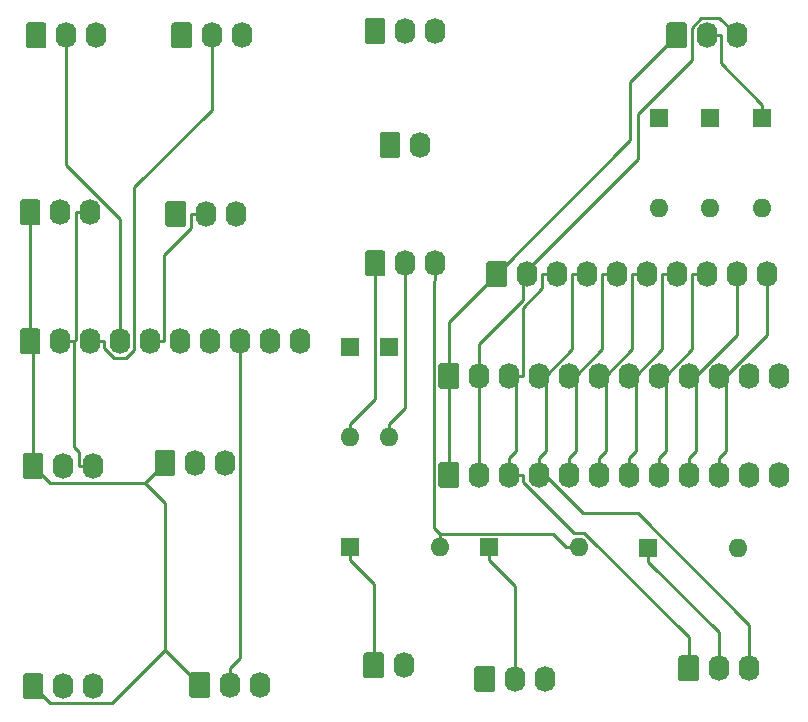
<source format=gbr>
G04 #@! TF.GenerationSoftware,KiCad,Pcbnew,(5.1.5-0-10_14)*
G04 #@! TF.CreationDate,2021-04-18T15:17:00+10:00*
G04 #@! TF.ProjectId,OH - Left Console - 7 - Communication Panel,4f48202d-204c-4656-9674-20436f6e736f,rev?*
G04 #@! TF.SameCoordinates,Original*
G04 #@! TF.FileFunction,Copper,L2,Bot*
G04 #@! TF.FilePolarity,Positive*
%FSLAX46Y46*%
G04 Gerber Fmt 4.6, Leading zero omitted, Abs format (unit mm)*
G04 Created by KiCad (PCBNEW (5.1.5-0-10_14)) date 2021-04-18 15:17:00*
%MOMM*%
%LPD*%
G04 APERTURE LIST*
%ADD10O,1.740000X2.200000*%
%ADD11C,0.100000*%
%ADD12O,1.600000X1.600000*%
%ADD13R,1.600000X1.600000*%
%ADD14C,0.250000*%
G04 APERTURE END LIST*
D10*
X96774000Y-139192000D03*
X94234000Y-139192000D03*
G04 #@! TA.AperFunction,ComponentPad*
D11*
G36*
X92338505Y-138093204D02*
G01*
X92362773Y-138096804D01*
X92386572Y-138102765D01*
X92409671Y-138111030D01*
X92431850Y-138121520D01*
X92452893Y-138134132D01*
X92472599Y-138148747D01*
X92490777Y-138165223D01*
X92507253Y-138183401D01*
X92521868Y-138203107D01*
X92534480Y-138224150D01*
X92544970Y-138246329D01*
X92553235Y-138269428D01*
X92559196Y-138293227D01*
X92562796Y-138317495D01*
X92564000Y-138341999D01*
X92564000Y-140042001D01*
X92562796Y-140066505D01*
X92559196Y-140090773D01*
X92553235Y-140114572D01*
X92544970Y-140137671D01*
X92534480Y-140159850D01*
X92521868Y-140180893D01*
X92507253Y-140200599D01*
X92490777Y-140218777D01*
X92472599Y-140235253D01*
X92452893Y-140249868D01*
X92431850Y-140262480D01*
X92409671Y-140272970D01*
X92386572Y-140281235D01*
X92362773Y-140287196D01*
X92338505Y-140290796D01*
X92314001Y-140292000D01*
X91073999Y-140292000D01*
X91049495Y-140290796D01*
X91025227Y-140287196D01*
X91001428Y-140281235D01*
X90978329Y-140272970D01*
X90956150Y-140262480D01*
X90935107Y-140249868D01*
X90915401Y-140235253D01*
X90897223Y-140218777D01*
X90880747Y-140200599D01*
X90866132Y-140180893D01*
X90853520Y-140159850D01*
X90843030Y-140137671D01*
X90834765Y-140114572D01*
X90828804Y-140090773D01*
X90825204Y-140066505D01*
X90824000Y-140042001D01*
X90824000Y-138341999D01*
X90825204Y-138317495D01*
X90828804Y-138293227D01*
X90834765Y-138269428D01*
X90843030Y-138246329D01*
X90853520Y-138224150D01*
X90866132Y-138203107D01*
X90880747Y-138183401D01*
X90897223Y-138165223D01*
X90915401Y-138148747D01*
X90935107Y-138134132D01*
X90956150Y-138121520D01*
X90978329Y-138111030D01*
X91001428Y-138102765D01*
X91025227Y-138096804D01*
X91049495Y-138093204D01*
X91073999Y-138092000D01*
X92314001Y-138092000D01*
X92338505Y-138093204D01*
G37*
G04 #@! TD.AperFunction*
D10*
X116586000Y-121920000D03*
X114046000Y-121920000D03*
X111506000Y-121920000D03*
X108966000Y-121920000D03*
X106426000Y-121920000D03*
X103886000Y-121920000D03*
X101346000Y-121920000D03*
X98806000Y-121920000D03*
X96266000Y-121920000D03*
X93726000Y-121920000D03*
X91186000Y-121920000D03*
G04 #@! TA.AperFunction,ComponentPad*
D11*
G36*
X89290505Y-120821204D02*
G01*
X89314773Y-120824804D01*
X89338572Y-120830765D01*
X89361671Y-120839030D01*
X89383850Y-120849520D01*
X89404893Y-120862132D01*
X89424599Y-120876747D01*
X89442777Y-120893223D01*
X89459253Y-120911401D01*
X89473868Y-120931107D01*
X89486480Y-120952150D01*
X89496970Y-120974329D01*
X89505235Y-120997428D01*
X89511196Y-121021227D01*
X89514796Y-121045495D01*
X89516000Y-121069999D01*
X89516000Y-122770001D01*
X89514796Y-122794505D01*
X89511196Y-122818773D01*
X89505235Y-122842572D01*
X89496970Y-122865671D01*
X89486480Y-122887850D01*
X89473868Y-122908893D01*
X89459253Y-122928599D01*
X89442777Y-122946777D01*
X89424599Y-122963253D01*
X89404893Y-122977868D01*
X89383850Y-122990480D01*
X89361671Y-123000970D01*
X89338572Y-123009235D01*
X89314773Y-123015196D01*
X89290505Y-123018796D01*
X89266001Y-123020000D01*
X88025999Y-123020000D01*
X88001495Y-123018796D01*
X87977227Y-123015196D01*
X87953428Y-123009235D01*
X87930329Y-123000970D01*
X87908150Y-122990480D01*
X87887107Y-122977868D01*
X87867401Y-122963253D01*
X87849223Y-122946777D01*
X87832747Y-122928599D01*
X87818132Y-122908893D01*
X87805520Y-122887850D01*
X87795030Y-122865671D01*
X87786765Y-122842572D01*
X87780804Y-122818773D01*
X87777204Y-122794505D01*
X87776000Y-122770001D01*
X87776000Y-121069999D01*
X87777204Y-121045495D01*
X87780804Y-121021227D01*
X87786765Y-120997428D01*
X87795030Y-120974329D01*
X87805520Y-120952150D01*
X87818132Y-120931107D01*
X87832747Y-120911401D01*
X87849223Y-120893223D01*
X87867401Y-120876747D01*
X87887107Y-120862132D01*
X87908150Y-120849520D01*
X87930329Y-120839030D01*
X87953428Y-120830765D01*
X87977227Y-120824804D01*
X88001495Y-120821204D01*
X88025999Y-120820000D01*
X89266001Y-120820000D01*
X89290505Y-120821204D01*
G37*
G04 #@! TD.AperFunction*
D10*
X116586000Y-113538000D03*
X114046000Y-113538000D03*
X111506000Y-113538000D03*
X108966000Y-113538000D03*
X106426000Y-113538000D03*
X103886000Y-113538000D03*
X101346000Y-113538000D03*
X98806000Y-113538000D03*
X96266000Y-113538000D03*
X93726000Y-113538000D03*
X91186000Y-113538000D03*
G04 #@! TA.AperFunction,ComponentPad*
D11*
G36*
X89290505Y-112439204D02*
G01*
X89314773Y-112442804D01*
X89338572Y-112448765D01*
X89361671Y-112457030D01*
X89383850Y-112467520D01*
X89404893Y-112480132D01*
X89424599Y-112494747D01*
X89442777Y-112511223D01*
X89459253Y-112529401D01*
X89473868Y-112549107D01*
X89486480Y-112570150D01*
X89496970Y-112592329D01*
X89505235Y-112615428D01*
X89511196Y-112639227D01*
X89514796Y-112663495D01*
X89516000Y-112687999D01*
X89516000Y-114388001D01*
X89514796Y-114412505D01*
X89511196Y-114436773D01*
X89505235Y-114460572D01*
X89496970Y-114483671D01*
X89486480Y-114505850D01*
X89473868Y-114526893D01*
X89459253Y-114546599D01*
X89442777Y-114564777D01*
X89424599Y-114581253D01*
X89404893Y-114595868D01*
X89383850Y-114608480D01*
X89361671Y-114618970D01*
X89338572Y-114627235D01*
X89314773Y-114633196D01*
X89290505Y-114636796D01*
X89266001Y-114638000D01*
X88025999Y-114638000D01*
X88001495Y-114636796D01*
X87977227Y-114633196D01*
X87953428Y-114627235D01*
X87930329Y-114618970D01*
X87908150Y-114608480D01*
X87887107Y-114595868D01*
X87867401Y-114581253D01*
X87849223Y-114564777D01*
X87832747Y-114546599D01*
X87818132Y-114526893D01*
X87805520Y-114505850D01*
X87795030Y-114483671D01*
X87786765Y-114460572D01*
X87780804Y-114436773D01*
X87777204Y-114412505D01*
X87776000Y-114388001D01*
X87776000Y-112687999D01*
X87777204Y-112663495D01*
X87780804Y-112639227D01*
X87786765Y-112615428D01*
X87795030Y-112592329D01*
X87805520Y-112570150D01*
X87818132Y-112549107D01*
X87832747Y-112529401D01*
X87849223Y-112511223D01*
X87867401Y-112494747D01*
X87887107Y-112480132D01*
X87908150Y-112467520D01*
X87930329Y-112457030D01*
X87953428Y-112448765D01*
X87977227Y-112442804D01*
X88001495Y-112439204D01*
X88025999Y-112438000D01*
X89266001Y-112438000D01*
X89290505Y-112439204D01*
G37*
G04 #@! TD.AperFunction*
D10*
X76073000Y-110617000D03*
X73533000Y-110617000D03*
X70993000Y-110617000D03*
X68453000Y-110617000D03*
X65913000Y-110617000D03*
X63373000Y-110617000D03*
X60833000Y-110617000D03*
X58293000Y-110617000D03*
X55753000Y-110617000D03*
G04 #@! TA.AperFunction,ComponentPad*
D11*
G36*
X53857505Y-109518204D02*
G01*
X53881773Y-109521804D01*
X53905572Y-109527765D01*
X53928671Y-109536030D01*
X53950850Y-109546520D01*
X53971893Y-109559132D01*
X53991599Y-109573747D01*
X54009777Y-109590223D01*
X54026253Y-109608401D01*
X54040868Y-109628107D01*
X54053480Y-109649150D01*
X54063970Y-109671329D01*
X54072235Y-109694428D01*
X54078196Y-109718227D01*
X54081796Y-109742495D01*
X54083000Y-109766999D01*
X54083000Y-111467001D01*
X54081796Y-111491505D01*
X54078196Y-111515773D01*
X54072235Y-111539572D01*
X54063970Y-111562671D01*
X54053480Y-111584850D01*
X54040868Y-111605893D01*
X54026253Y-111625599D01*
X54009777Y-111643777D01*
X53991599Y-111660253D01*
X53971893Y-111674868D01*
X53950850Y-111687480D01*
X53928671Y-111697970D01*
X53905572Y-111706235D01*
X53881773Y-111712196D01*
X53857505Y-111715796D01*
X53833001Y-111717000D01*
X52592999Y-111717000D01*
X52568495Y-111715796D01*
X52544227Y-111712196D01*
X52520428Y-111706235D01*
X52497329Y-111697970D01*
X52475150Y-111687480D01*
X52454107Y-111674868D01*
X52434401Y-111660253D01*
X52416223Y-111643777D01*
X52399747Y-111625599D01*
X52385132Y-111605893D01*
X52372520Y-111584850D01*
X52362030Y-111562671D01*
X52353765Y-111539572D01*
X52347804Y-111515773D01*
X52344204Y-111491505D01*
X52343000Y-111467001D01*
X52343000Y-109766999D01*
X52344204Y-109742495D01*
X52347804Y-109718227D01*
X52353765Y-109694428D01*
X52362030Y-109671329D01*
X52372520Y-109649150D01*
X52385132Y-109628107D01*
X52399747Y-109608401D01*
X52416223Y-109590223D01*
X52434401Y-109573747D01*
X52454107Y-109559132D01*
X52475150Y-109546520D01*
X52497329Y-109536030D01*
X52520428Y-109527765D01*
X52544227Y-109521804D01*
X52568495Y-109518204D01*
X52592999Y-109517000D01*
X53833001Y-109517000D01*
X53857505Y-109518204D01*
G37*
G04 #@! TD.AperFunction*
D10*
X86233000Y-93980000D03*
G04 #@! TA.AperFunction,ComponentPad*
D11*
G36*
X84337505Y-92881204D02*
G01*
X84361773Y-92884804D01*
X84385572Y-92890765D01*
X84408671Y-92899030D01*
X84430850Y-92909520D01*
X84451893Y-92922132D01*
X84471599Y-92936747D01*
X84489777Y-92953223D01*
X84506253Y-92971401D01*
X84520868Y-92991107D01*
X84533480Y-93012150D01*
X84543970Y-93034329D01*
X84552235Y-93057428D01*
X84558196Y-93081227D01*
X84561796Y-93105495D01*
X84563000Y-93129999D01*
X84563000Y-94830001D01*
X84561796Y-94854505D01*
X84558196Y-94878773D01*
X84552235Y-94902572D01*
X84543970Y-94925671D01*
X84533480Y-94947850D01*
X84520868Y-94968893D01*
X84506253Y-94988599D01*
X84489777Y-95006777D01*
X84471599Y-95023253D01*
X84451893Y-95037868D01*
X84430850Y-95050480D01*
X84408671Y-95060970D01*
X84385572Y-95069235D01*
X84361773Y-95075196D01*
X84337505Y-95078796D01*
X84313001Y-95080000D01*
X83072999Y-95080000D01*
X83048495Y-95078796D01*
X83024227Y-95075196D01*
X83000428Y-95069235D01*
X82977329Y-95060970D01*
X82955150Y-95050480D01*
X82934107Y-95037868D01*
X82914401Y-95023253D01*
X82896223Y-95006777D01*
X82879747Y-94988599D01*
X82865132Y-94968893D01*
X82852520Y-94947850D01*
X82842030Y-94925671D01*
X82833765Y-94902572D01*
X82827804Y-94878773D01*
X82824204Y-94854505D01*
X82823000Y-94830001D01*
X82823000Y-93129999D01*
X82824204Y-93105495D01*
X82827804Y-93081227D01*
X82833765Y-93057428D01*
X82842030Y-93034329D01*
X82852520Y-93012150D01*
X82865132Y-92991107D01*
X82879747Y-92971401D01*
X82896223Y-92953223D01*
X82914401Y-92936747D01*
X82934107Y-92922132D01*
X82955150Y-92909520D01*
X82977329Y-92899030D01*
X83000428Y-92890765D01*
X83024227Y-92884804D01*
X83048495Y-92881204D01*
X83072999Y-92880000D01*
X84313001Y-92880000D01*
X84337505Y-92881204D01*
G37*
G04 #@! TD.AperFunction*
D10*
X84836000Y-138049000D03*
G04 #@! TA.AperFunction,ComponentPad*
D11*
G36*
X82940505Y-136950204D02*
G01*
X82964773Y-136953804D01*
X82988572Y-136959765D01*
X83011671Y-136968030D01*
X83033850Y-136978520D01*
X83054893Y-136991132D01*
X83074599Y-137005747D01*
X83092777Y-137022223D01*
X83109253Y-137040401D01*
X83123868Y-137060107D01*
X83136480Y-137081150D01*
X83146970Y-137103329D01*
X83155235Y-137126428D01*
X83161196Y-137150227D01*
X83164796Y-137174495D01*
X83166000Y-137198999D01*
X83166000Y-138899001D01*
X83164796Y-138923505D01*
X83161196Y-138947773D01*
X83155235Y-138971572D01*
X83146970Y-138994671D01*
X83136480Y-139016850D01*
X83123868Y-139037893D01*
X83109253Y-139057599D01*
X83092777Y-139075777D01*
X83074599Y-139092253D01*
X83054893Y-139106868D01*
X83033850Y-139119480D01*
X83011671Y-139129970D01*
X82988572Y-139138235D01*
X82964773Y-139144196D01*
X82940505Y-139147796D01*
X82916001Y-139149000D01*
X81675999Y-139149000D01*
X81651495Y-139147796D01*
X81627227Y-139144196D01*
X81603428Y-139138235D01*
X81580329Y-139129970D01*
X81558150Y-139119480D01*
X81537107Y-139106868D01*
X81517401Y-139092253D01*
X81499223Y-139075777D01*
X81482747Y-139057599D01*
X81468132Y-139037893D01*
X81455520Y-139016850D01*
X81445030Y-138994671D01*
X81436765Y-138971572D01*
X81430804Y-138947773D01*
X81427204Y-138923505D01*
X81426000Y-138899001D01*
X81426000Y-137198999D01*
X81427204Y-137174495D01*
X81430804Y-137150227D01*
X81436765Y-137126428D01*
X81445030Y-137103329D01*
X81455520Y-137081150D01*
X81468132Y-137060107D01*
X81482747Y-137040401D01*
X81499223Y-137022223D01*
X81517401Y-137005747D01*
X81537107Y-136991132D01*
X81558150Y-136978520D01*
X81580329Y-136968030D01*
X81603428Y-136959765D01*
X81627227Y-136953804D01*
X81651495Y-136950204D01*
X81675999Y-136949000D01*
X82916001Y-136949000D01*
X82940505Y-136950204D01*
G37*
G04 #@! TD.AperFunction*
D10*
X87503000Y-84328000D03*
X84963000Y-84328000D03*
G04 #@! TA.AperFunction,ComponentPad*
D11*
G36*
X83067505Y-83229204D02*
G01*
X83091773Y-83232804D01*
X83115572Y-83238765D01*
X83138671Y-83247030D01*
X83160850Y-83257520D01*
X83181893Y-83270132D01*
X83201599Y-83284747D01*
X83219777Y-83301223D01*
X83236253Y-83319401D01*
X83250868Y-83339107D01*
X83263480Y-83360150D01*
X83273970Y-83382329D01*
X83282235Y-83405428D01*
X83288196Y-83429227D01*
X83291796Y-83453495D01*
X83293000Y-83477999D01*
X83293000Y-85178001D01*
X83291796Y-85202505D01*
X83288196Y-85226773D01*
X83282235Y-85250572D01*
X83273970Y-85273671D01*
X83263480Y-85295850D01*
X83250868Y-85316893D01*
X83236253Y-85336599D01*
X83219777Y-85354777D01*
X83201599Y-85371253D01*
X83181893Y-85385868D01*
X83160850Y-85398480D01*
X83138671Y-85408970D01*
X83115572Y-85417235D01*
X83091773Y-85423196D01*
X83067505Y-85426796D01*
X83043001Y-85428000D01*
X81802999Y-85428000D01*
X81778495Y-85426796D01*
X81754227Y-85423196D01*
X81730428Y-85417235D01*
X81707329Y-85408970D01*
X81685150Y-85398480D01*
X81664107Y-85385868D01*
X81644401Y-85371253D01*
X81626223Y-85354777D01*
X81609747Y-85336599D01*
X81595132Y-85316893D01*
X81582520Y-85295850D01*
X81572030Y-85273671D01*
X81563765Y-85250572D01*
X81557804Y-85226773D01*
X81554204Y-85202505D01*
X81553000Y-85178001D01*
X81553000Y-83477999D01*
X81554204Y-83453495D01*
X81557804Y-83429227D01*
X81563765Y-83405428D01*
X81572030Y-83382329D01*
X81582520Y-83360150D01*
X81595132Y-83339107D01*
X81609747Y-83319401D01*
X81626223Y-83301223D01*
X81644401Y-83284747D01*
X81664107Y-83270132D01*
X81685150Y-83257520D01*
X81707329Y-83247030D01*
X81730428Y-83238765D01*
X81754227Y-83232804D01*
X81778495Y-83229204D01*
X81802999Y-83228000D01*
X83043001Y-83228000D01*
X83067505Y-83229204D01*
G37*
G04 #@! TD.AperFunction*
D10*
X113030000Y-84709000D03*
X110490000Y-84709000D03*
G04 #@! TA.AperFunction,ComponentPad*
D11*
G36*
X108594505Y-83610204D02*
G01*
X108618773Y-83613804D01*
X108642572Y-83619765D01*
X108665671Y-83628030D01*
X108687850Y-83638520D01*
X108708893Y-83651132D01*
X108728599Y-83665747D01*
X108746777Y-83682223D01*
X108763253Y-83700401D01*
X108777868Y-83720107D01*
X108790480Y-83741150D01*
X108800970Y-83763329D01*
X108809235Y-83786428D01*
X108815196Y-83810227D01*
X108818796Y-83834495D01*
X108820000Y-83858999D01*
X108820000Y-85559001D01*
X108818796Y-85583505D01*
X108815196Y-85607773D01*
X108809235Y-85631572D01*
X108800970Y-85654671D01*
X108790480Y-85676850D01*
X108777868Y-85697893D01*
X108763253Y-85717599D01*
X108746777Y-85735777D01*
X108728599Y-85752253D01*
X108708893Y-85766868D01*
X108687850Y-85779480D01*
X108665671Y-85789970D01*
X108642572Y-85798235D01*
X108618773Y-85804196D01*
X108594505Y-85807796D01*
X108570001Y-85809000D01*
X107329999Y-85809000D01*
X107305495Y-85807796D01*
X107281227Y-85804196D01*
X107257428Y-85798235D01*
X107234329Y-85789970D01*
X107212150Y-85779480D01*
X107191107Y-85766868D01*
X107171401Y-85752253D01*
X107153223Y-85735777D01*
X107136747Y-85717599D01*
X107122132Y-85697893D01*
X107109520Y-85676850D01*
X107099030Y-85654671D01*
X107090765Y-85631572D01*
X107084804Y-85607773D01*
X107081204Y-85583505D01*
X107080000Y-85559001D01*
X107080000Y-83858999D01*
X107081204Y-83834495D01*
X107084804Y-83810227D01*
X107090765Y-83786428D01*
X107099030Y-83763329D01*
X107109520Y-83741150D01*
X107122132Y-83720107D01*
X107136747Y-83700401D01*
X107153223Y-83682223D01*
X107171401Y-83665747D01*
X107191107Y-83651132D01*
X107212150Y-83638520D01*
X107234329Y-83628030D01*
X107257428Y-83619765D01*
X107281227Y-83613804D01*
X107305495Y-83610204D01*
X107329999Y-83609000D01*
X108570001Y-83609000D01*
X108594505Y-83610204D01*
G37*
G04 #@! TD.AperFunction*
D10*
X114046000Y-138303000D03*
X111506000Y-138303000D03*
G04 #@! TA.AperFunction,ComponentPad*
D11*
G36*
X109610505Y-137204204D02*
G01*
X109634773Y-137207804D01*
X109658572Y-137213765D01*
X109681671Y-137222030D01*
X109703850Y-137232520D01*
X109724893Y-137245132D01*
X109744599Y-137259747D01*
X109762777Y-137276223D01*
X109779253Y-137294401D01*
X109793868Y-137314107D01*
X109806480Y-137335150D01*
X109816970Y-137357329D01*
X109825235Y-137380428D01*
X109831196Y-137404227D01*
X109834796Y-137428495D01*
X109836000Y-137452999D01*
X109836000Y-139153001D01*
X109834796Y-139177505D01*
X109831196Y-139201773D01*
X109825235Y-139225572D01*
X109816970Y-139248671D01*
X109806480Y-139270850D01*
X109793868Y-139291893D01*
X109779253Y-139311599D01*
X109762777Y-139329777D01*
X109744599Y-139346253D01*
X109724893Y-139360868D01*
X109703850Y-139373480D01*
X109681671Y-139383970D01*
X109658572Y-139392235D01*
X109634773Y-139398196D01*
X109610505Y-139401796D01*
X109586001Y-139403000D01*
X108345999Y-139403000D01*
X108321495Y-139401796D01*
X108297227Y-139398196D01*
X108273428Y-139392235D01*
X108250329Y-139383970D01*
X108228150Y-139373480D01*
X108207107Y-139360868D01*
X108187401Y-139346253D01*
X108169223Y-139329777D01*
X108152747Y-139311599D01*
X108138132Y-139291893D01*
X108125520Y-139270850D01*
X108115030Y-139248671D01*
X108106765Y-139225572D01*
X108100804Y-139201773D01*
X108097204Y-139177505D01*
X108096000Y-139153001D01*
X108096000Y-137452999D01*
X108097204Y-137428495D01*
X108100804Y-137404227D01*
X108106765Y-137380428D01*
X108115030Y-137357329D01*
X108125520Y-137335150D01*
X108138132Y-137314107D01*
X108152747Y-137294401D01*
X108169223Y-137276223D01*
X108187401Y-137259747D01*
X108207107Y-137245132D01*
X108228150Y-137232520D01*
X108250329Y-137222030D01*
X108273428Y-137213765D01*
X108297227Y-137207804D01*
X108321495Y-137204204D01*
X108345999Y-137203000D01*
X109586001Y-137203000D01*
X109610505Y-137204204D01*
G37*
G04 #@! TD.AperFunction*
D10*
X58293000Y-99695000D03*
X55753000Y-99695000D03*
G04 #@! TA.AperFunction,ComponentPad*
D11*
G36*
X53857505Y-98596204D02*
G01*
X53881773Y-98599804D01*
X53905572Y-98605765D01*
X53928671Y-98614030D01*
X53950850Y-98624520D01*
X53971893Y-98637132D01*
X53991599Y-98651747D01*
X54009777Y-98668223D01*
X54026253Y-98686401D01*
X54040868Y-98706107D01*
X54053480Y-98727150D01*
X54063970Y-98749329D01*
X54072235Y-98772428D01*
X54078196Y-98796227D01*
X54081796Y-98820495D01*
X54083000Y-98844999D01*
X54083000Y-100545001D01*
X54081796Y-100569505D01*
X54078196Y-100593773D01*
X54072235Y-100617572D01*
X54063970Y-100640671D01*
X54053480Y-100662850D01*
X54040868Y-100683893D01*
X54026253Y-100703599D01*
X54009777Y-100721777D01*
X53991599Y-100738253D01*
X53971893Y-100752868D01*
X53950850Y-100765480D01*
X53928671Y-100775970D01*
X53905572Y-100784235D01*
X53881773Y-100790196D01*
X53857505Y-100793796D01*
X53833001Y-100795000D01*
X52592999Y-100795000D01*
X52568495Y-100793796D01*
X52544227Y-100790196D01*
X52520428Y-100784235D01*
X52497329Y-100775970D01*
X52475150Y-100765480D01*
X52454107Y-100752868D01*
X52434401Y-100738253D01*
X52416223Y-100721777D01*
X52399747Y-100703599D01*
X52385132Y-100683893D01*
X52372520Y-100662850D01*
X52362030Y-100640671D01*
X52353765Y-100617572D01*
X52347804Y-100593773D01*
X52344204Y-100569505D01*
X52343000Y-100545001D01*
X52343000Y-98844999D01*
X52344204Y-98820495D01*
X52347804Y-98796227D01*
X52353765Y-98772428D01*
X52362030Y-98749329D01*
X52372520Y-98727150D01*
X52385132Y-98706107D01*
X52399747Y-98686401D01*
X52416223Y-98668223D01*
X52434401Y-98651747D01*
X52454107Y-98637132D01*
X52475150Y-98624520D01*
X52497329Y-98614030D01*
X52520428Y-98605765D01*
X52544227Y-98599804D01*
X52568495Y-98596204D01*
X52592999Y-98595000D01*
X53833001Y-98595000D01*
X53857505Y-98596204D01*
G37*
G04 #@! TD.AperFunction*
D10*
X58547000Y-121158000D03*
X56007000Y-121158000D03*
G04 #@! TA.AperFunction,ComponentPad*
D11*
G36*
X54111505Y-120059204D02*
G01*
X54135773Y-120062804D01*
X54159572Y-120068765D01*
X54182671Y-120077030D01*
X54204850Y-120087520D01*
X54225893Y-120100132D01*
X54245599Y-120114747D01*
X54263777Y-120131223D01*
X54280253Y-120149401D01*
X54294868Y-120169107D01*
X54307480Y-120190150D01*
X54317970Y-120212329D01*
X54326235Y-120235428D01*
X54332196Y-120259227D01*
X54335796Y-120283495D01*
X54337000Y-120307999D01*
X54337000Y-122008001D01*
X54335796Y-122032505D01*
X54332196Y-122056773D01*
X54326235Y-122080572D01*
X54317970Y-122103671D01*
X54307480Y-122125850D01*
X54294868Y-122146893D01*
X54280253Y-122166599D01*
X54263777Y-122184777D01*
X54245599Y-122201253D01*
X54225893Y-122215868D01*
X54204850Y-122228480D01*
X54182671Y-122238970D01*
X54159572Y-122247235D01*
X54135773Y-122253196D01*
X54111505Y-122256796D01*
X54087001Y-122258000D01*
X52846999Y-122258000D01*
X52822495Y-122256796D01*
X52798227Y-122253196D01*
X52774428Y-122247235D01*
X52751329Y-122238970D01*
X52729150Y-122228480D01*
X52708107Y-122215868D01*
X52688401Y-122201253D01*
X52670223Y-122184777D01*
X52653747Y-122166599D01*
X52639132Y-122146893D01*
X52626520Y-122125850D01*
X52616030Y-122103671D01*
X52607765Y-122080572D01*
X52601804Y-122056773D01*
X52598204Y-122032505D01*
X52597000Y-122008001D01*
X52597000Y-120307999D01*
X52598204Y-120283495D01*
X52601804Y-120259227D01*
X52607765Y-120235428D01*
X52616030Y-120212329D01*
X52626520Y-120190150D01*
X52639132Y-120169107D01*
X52653747Y-120149401D01*
X52670223Y-120131223D01*
X52688401Y-120114747D01*
X52708107Y-120100132D01*
X52729150Y-120087520D01*
X52751329Y-120077030D01*
X52774428Y-120068765D01*
X52798227Y-120062804D01*
X52822495Y-120059204D01*
X52846999Y-120058000D01*
X54087001Y-120058000D01*
X54111505Y-120059204D01*
G37*
G04 #@! TD.AperFunction*
D10*
X58547000Y-139827000D03*
X56007000Y-139827000D03*
G04 #@! TA.AperFunction,ComponentPad*
D11*
G36*
X54111505Y-138728204D02*
G01*
X54135773Y-138731804D01*
X54159572Y-138737765D01*
X54182671Y-138746030D01*
X54204850Y-138756520D01*
X54225893Y-138769132D01*
X54245599Y-138783747D01*
X54263777Y-138800223D01*
X54280253Y-138818401D01*
X54294868Y-138838107D01*
X54307480Y-138859150D01*
X54317970Y-138881329D01*
X54326235Y-138904428D01*
X54332196Y-138928227D01*
X54335796Y-138952495D01*
X54337000Y-138976999D01*
X54337000Y-140677001D01*
X54335796Y-140701505D01*
X54332196Y-140725773D01*
X54326235Y-140749572D01*
X54317970Y-140772671D01*
X54307480Y-140794850D01*
X54294868Y-140815893D01*
X54280253Y-140835599D01*
X54263777Y-140853777D01*
X54245599Y-140870253D01*
X54225893Y-140884868D01*
X54204850Y-140897480D01*
X54182671Y-140907970D01*
X54159572Y-140916235D01*
X54135773Y-140922196D01*
X54111505Y-140925796D01*
X54087001Y-140927000D01*
X52846999Y-140927000D01*
X52822495Y-140925796D01*
X52798227Y-140922196D01*
X52774428Y-140916235D01*
X52751329Y-140907970D01*
X52729150Y-140897480D01*
X52708107Y-140884868D01*
X52688401Y-140870253D01*
X52670223Y-140853777D01*
X52653747Y-140835599D01*
X52639132Y-140815893D01*
X52626520Y-140794850D01*
X52616030Y-140772671D01*
X52607765Y-140749572D01*
X52601804Y-140725773D01*
X52598204Y-140701505D01*
X52597000Y-140677001D01*
X52597000Y-138976999D01*
X52598204Y-138952495D01*
X52601804Y-138928227D01*
X52607765Y-138904428D01*
X52616030Y-138881329D01*
X52626520Y-138859150D01*
X52639132Y-138838107D01*
X52653747Y-138818401D01*
X52670223Y-138800223D01*
X52688401Y-138783747D01*
X52708107Y-138769132D01*
X52729150Y-138756520D01*
X52751329Y-138746030D01*
X52774428Y-138737765D01*
X52798227Y-138731804D01*
X52822495Y-138728204D01*
X52846999Y-138727000D01*
X54087001Y-138727000D01*
X54111505Y-138728204D01*
G37*
G04 #@! TD.AperFunction*
D10*
X70612000Y-99822000D03*
X68072000Y-99822000D03*
G04 #@! TA.AperFunction,ComponentPad*
D11*
G36*
X66176505Y-98723204D02*
G01*
X66200773Y-98726804D01*
X66224572Y-98732765D01*
X66247671Y-98741030D01*
X66269850Y-98751520D01*
X66290893Y-98764132D01*
X66310599Y-98778747D01*
X66328777Y-98795223D01*
X66345253Y-98813401D01*
X66359868Y-98833107D01*
X66372480Y-98854150D01*
X66382970Y-98876329D01*
X66391235Y-98899428D01*
X66397196Y-98923227D01*
X66400796Y-98947495D01*
X66402000Y-98971999D01*
X66402000Y-100672001D01*
X66400796Y-100696505D01*
X66397196Y-100720773D01*
X66391235Y-100744572D01*
X66382970Y-100767671D01*
X66372480Y-100789850D01*
X66359868Y-100810893D01*
X66345253Y-100830599D01*
X66328777Y-100848777D01*
X66310599Y-100865253D01*
X66290893Y-100879868D01*
X66269850Y-100892480D01*
X66247671Y-100902970D01*
X66224572Y-100911235D01*
X66200773Y-100917196D01*
X66176505Y-100920796D01*
X66152001Y-100922000D01*
X64911999Y-100922000D01*
X64887495Y-100920796D01*
X64863227Y-100917196D01*
X64839428Y-100911235D01*
X64816329Y-100902970D01*
X64794150Y-100892480D01*
X64773107Y-100879868D01*
X64753401Y-100865253D01*
X64735223Y-100848777D01*
X64718747Y-100830599D01*
X64704132Y-100810893D01*
X64691520Y-100789850D01*
X64681030Y-100767671D01*
X64672765Y-100744572D01*
X64666804Y-100720773D01*
X64663204Y-100696505D01*
X64662000Y-100672001D01*
X64662000Y-98971999D01*
X64663204Y-98947495D01*
X64666804Y-98923227D01*
X64672765Y-98899428D01*
X64681030Y-98876329D01*
X64691520Y-98854150D01*
X64704132Y-98833107D01*
X64718747Y-98813401D01*
X64735223Y-98795223D01*
X64753401Y-98778747D01*
X64773107Y-98764132D01*
X64794150Y-98751520D01*
X64816329Y-98741030D01*
X64839428Y-98732765D01*
X64863227Y-98726804D01*
X64887495Y-98723204D01*
X64911999Y-98722000D01*
X66152001Y-98722000D01*
X66176505Y-98723204D01*
G37*
G04 #@! TD.AperFunction*
D10*
X72644000Y-139700000D03*
X70104000Y-139700000D03*
G04 #@! TA.AperFunction,ComponentPad*
D11*
G36*
X68208505Y-138601204D02*
G01*
X68232773Y-138604804D01*
X68256572Y-138610765D01*
X68279671Y-138619030D01*
X68301850Y-138629520D01*
X68322893Y-138642132D01*
X68342599Y-138656747D01*
X68360777Y-138673223D01*
X68377253Y-138691401D01*
X68391868Y-138711107D01*
X68404480Y-138732150D01*
X68414970Y-138754329D01*
X68423235Y-138777428D01*
X68429196Y-138801227D01*
X68432796Y-138825495D01*
X68434000Y-138849999D01*
X68434000Y-140550001D01*
X68432796Y-140574505D01*
X68429196Y-140598773D01*
X68423235Y-140622572D01*
X68414970Y-140645671D01*
X68404480Y-140667850D01*
X68391868Y-140688893D01*
X68377253Y-140708599D01*
X68360777Y-140726777D01*
X68342599Y-140743253D01*
X68322893Y-140757868D01*
X68301850Y-140770480D01*
X68279671Y-140780970D01*
X68256572Y-140789235D01*
X68232773Y-140795196D01*
X68208505Y-140798796D01*
X68184001Y-140800000D01*
X66943999Y-140800000D01*
X66919495Y-140798796D01*
X66895227Y-140795196D01*
X66871428Y-140789235D01*
X66848329Y-140780970D01*
X66826150Y-140770480D01*
X66805107Y-140757868D01*
X66785401Y-140743253D01*
X66767223Y-140726777D01*
X66750747Y-140708599D01*
X66736132Y-140688893D01*
X66723520Y-140667850D01*
X66713030Y-140645671D01*
X66704765Y-140622572D01*
X66698804Y-140598773D01*
X66695204Y-140574505D01*
X66694000Y-140550001D01*
X66694000Y-138849999D01*
X66695204Y-138825495D01*
X66698804Y-138801227D01*
X66704765Y-138777428D01*
X66713030Y-138754329D01*
X66723520Y-138732150D01*
X66736132Y-138711107D01*
X66750747Y-138691401D01*
X66767223Y-138673223D01*
X66785401Y-138656747D01*
X66805107Y-138642132D01*
X66826150Y-138629520D01*
X66848329Y-138619030D01*
X66871428Y-138610765D01*
X66895227Y-138604804D01*
X66919495Y-138601204D01*
X66943999Y-138600000D01*
X68184001Y-138600000D01*
X68208505Y-138601204D01*
G37*
G04 #@! TD.AperFunction*
D10*
X58801000Y-84709000D03*
X56261000Y-84709000D03*
G04 #@! TA.AperFunction,ComponentPad*
D11*
G36*
X54365505Y-83610204D02*
G01*
X54389773Y-83613804D01*
X54413572Y-83619765D01*
X54436671Y-83628030D01*
X54458850Y-83638520D01*
X54479893Y-83651132D01*
X54499599Y-83665747D01*
X54517777Y-83682223D01*
X54534253Y-83700401D01*
X54548868Y-83720107D01*
X54561480Y-83741150D01*
X54571970Y-83763329D01*
X54580235Y-83786428D01*
X54586196Y-83810227D01*
X54589796Y-83834495D01*
X54591000Y-83858999D01*
X54591000Y-85559001D01*
X54589796Y-85583505D01*
X54586196Y-85607773D01*
X54580235Y-85631572D01*
X54571970Y-85654671D01*
X54561480Y-85676850D01*
X54548868Y-85697893D01*
X54534253Y-85717599D01*
X54517777Y-85735777D01*
X54499599Y-85752253D01*
X54479893Y-85766868D01*
X54458850Y-85779480D01*
X54436671Y-85789970D01*
X54413572Y-85798235D01*
X54389773Y-85804196D01*
X54365505Y-85807796D01*
X54341001Y-85809000D01*
X53100999Y-85809000D01*
X53076495Y-85807796D01*
X53052227Y-85804196D01*
X53028428Y-85798235D01*
X53005329Y-85789970D01*
X52983150Y-85779480D01*
X52962107Y-85766868D01*
X52942401Y-85752253D01*
X52924223Y-85735777D01*
X52907747Y-85717599D01*
X52893132Y-85697893D01*
X52880520Y-85676850D01*
X52870030Y-85654671D01*
X52861765Y-85631572D01*
X52855804Y-85607773D01*
X52852204Y-85583505D01*
X52851000Y-85559001D01*
X52851000Y-83858999D01*
X52852204Y-83834495D01*
X52855804Y-83810227D01*
X52861765Y-83786428D01*
X52870030Y-83763329D01*
X52880520Y-83741150D01*
X52893132Y-83720107D01*
X52907747Y-83700401D01*
X52924223Y-83682223D01*
X52942401Y-83665747D01*
X52962107Y-83651132D01*
X52983150Y-83638520D01*
X53005329Y-83628030D01*
X53028428Y-83619765D01*
X53052227Y-83613804D01*
X53076495Y-83610204D01*
X53100999Y-83609000D01*
X54341001Y-83609000D01*
X54365505Y-83610204D01*
G37*
G04 #@! TD.AperFunction*
D10*
X69723000Y-120904000D03*
X67183000Y-120904000D03*
G04 #@! TA.AperFunction,ComponentPad*
D11*
G36*
X65287505Y-119805204D02*
G01*
X65311773Y-119808804D01*
X65335572Y-119814765D01*
X65358671Y-119823030D01*
X65380850Y-119833520D01*
X65401893Y-119846132D01*
X65421599Y-119860747D01*
X65439777Y-119877223D01*
X65456253Y-119895401D01*
X65470868Y-119915107D01*
X65483480Y-119936150D01*
X65493970Y-119958329D01*
X65502235Y-119981428D01*
X65508196Y-120005227D01*
X65511796Y-120029495D01*
X65513000Y-120053999D01*
X65513000Y-121754001D01*
X65511796Y-121778505D01*
X65508196Y-121802773D01*
X65502235Y-121826572D01*
X65493970Y-121849671D01*
X65483480Y-121871850D01*
X65470868Y-121892893D01*
X65456253Y-121912599D01*
X65439777Y-121930777D01*
X65421599Y-121947253D01*
X65401893Y-121961868D01*
X65380850Y-121974480D01*
X65358671Y-121984970D01*
X65335572Y-121993235D01*
X65311773Y-121999196D01*
X65287505Y-122002796D01*
X65263001Y-122004000D01*
X64022999Y-122004000D01*
X63998495Y-122002796D01*
X63974227Y-121999196D01*
X63950428Y-121993235D01*
X63927329Y-121984970D01*
X63905150Y-121974480D01*
X63884107Y-121961868D01*
X63864401Y-121947253D01*
X63846223Y-121930777D01*
X63829747Y-121912599D01*
X63815132Y-121892893D01*
X63802520Y-121871850D01*
X63792030Y-121849671D01*
X63783765Y-121826572D01*
X63777804Y-121802773D01*
X63774204Y-121778505D01*
X63773000Y-121754001D01*
X63773000Y-120053999D01*
X63774204Y-120029495D01*
X63777804Y-120005227D01*
X63783765Y-119981428D01*
X63792030Y-119958329D01*
X63802520Y-119936150D01*
X63815132Y-119915107D01*
X63829747Y-119895401D01*
X63846223Y-119877223D01*
X63864401Y-119860747D01*
X63884107Y-119846132D01*
X63905150Y-119833520D01*
X63927329Y-119823030D01*
X63950428Y-119814765D01*
X63974227Y-119808804D01*
X63998495Y-119805204D01*
X64022999Y-119804000D01*
X65263001Y-119804000D01*
X65287505Y-119805204D01*
G37*
G04 #@! TD.AperFunction*
D10*
X71120000Y-84709000D03*
X68580000Y-84709000D03*
G04 #@! TA.AperFunction,ComponentPad*
D11*
G36*
X66684505Y-83610204D02*
G01*
X66708773Y-83613804D01*
X66732572Y-83619765D01*
X66755671Y-83628030D01*
X66777850Y-83638520D01*
X66798893Y-83651132D01*
X66818599Y-83665747D01*
X66836777Y-83682223D01*
X66853253Y-83700401D01*
X66867868Y-83720107D01*
X66880480Y-83741150D01*
X66890970Y-83763329D01*
X66899235Y-83786428D01*
X66905196Y-83810227D01*
X66908796Y-83834495D01*
X66910000Y-83858999D01*
X66910000Y-85559001D01*
X66908796Y-85583505D01*
X66905196Y-85607773D01*
X66899235Y-85631572D01*
X66890970Y-85654671D01*
X66880480Y-85676850D01*
X66867868Y-85697893D01*
X66853253Y-85717599D01*
X66836777Y-85735777D01*
X66818599Y-85752253D01*
X66798893Y-85766868D01*
X66777850Y-85779480D01*
X66755671Y-85789970D01*
X66732572Y-85798235D01*
X66708773Y-85804196D01*
X66684505Y-85807796D01*
X66660001Y-85809000D01*
X65419999Y-85809000D01*
X65395495Y-85807796D01*
X65371227Y-85804196D01*
X65347428Y-85798235D01*
X65324329Y-85789970D01*
X65302150Y-85779480D01*
X65281107Y-85766868D01*
X65261401Y-85752253D01*
X65243223Y-85735777D01*
X65226747Y-85717599D01*
X65212132Y-85697893D01*
X65199520Y-85676850D01*
X65189030Y-85654671D01*
X65180765Y-85631572D01*
X65174804Y-85607773D01*
X65171204Y-85583505D01*
X65170000Y-85559001D01*
X65170000Y-83858999D01*
X65171204Y-83834495D01*
X65174804Y-83810227D01*
X65180765Y-83786428D01*
X65189030Y-83763329D01*
X65199520Y-83741150D01*
X65212132Y-83720107D01*
X65226747Y-83700401D01*
X65243223Y-83682223D01*
X65261401Y-83665747D01*
X65281107Y-83651132D01*
X65302150Y-83638520D01*
X65324329Y-83628030D01*
X65347428Y-83619765D01*
X65371227Y-83613804D01*
X65395495Y-83610204D01*
X65419999Y-83609000D01*
X66660001Y-83609000D01*
X66684505Y-83610204D01*
G37*
G04 #@! TD.AperFunction*
D10*
X115570000Y-104902000D03*
X113030000Y-104902000D03*
X110490000Y-104902000D03*
X107950000Y-104902000D03*
X105410000Y-104902000D03*
X102870000Y-104902000D03*
X100330000Y-104902000D03*
X97790000Y-104902000D03*
X95250000Y-104902000D03*
G04 #@! TA.AperFunction,ComponentPad*
D11*
G36*
X93354505Y-103803204D02*
G01*
X93378773Y-103806804D01*
X93402572Y-103812765D01*
X93425671Y-103821030D01*
X93447850Y-103831520D01*
X93468893Y-103844132D01*
X93488599Y-103858747D01*
X93506777Y-103875223D01*
X93523253Y-103893401D01*
X93537868Y-103913107D01*
X93550480Y-103934150D01*
X93560970Y-103956329D01*
X93569235Y-103979428D01*
X93575196Y-104003227D01*
X93578796Y-104027495D01*
X93580000Y-104051999D01*
X93580000Y-105752001D01*
X93578796Y-105776505D01*
X93575196Y-105800773D01*
X93569235Y-105824572D01*
X93560970Y-105847671D01*
X93550480Y-105869850D01*
X93537868Y-105890893D01*
X93523253Y-105910599D01*
X93506777Y-105928777D01*
X93488599Y-105945253D01*
X93468893Y-105959868D01*
X93447850Y-105972480D01*
X93425671Y-105982970D01*
X93402572Y-105991235D01*
X93378773Y-105997196D01*
X93354505Y-106000796D01*
X93330001Y-106002000D01*
X92089999Y-106002000D01*
X92065495Y-106000796D01*
X92041227Y-105997196D01*
X92017428Y-105991235D01*
X91994329Y-105982970D01*
X91972150Y-105972480D01*
X91951107Y-105959868D01*
X91931401Y-105945253D01*
X91913223Y-105928777D01*
X91896747Y-105910599D01*
X91882132Y-105890893D01*
X91869520Y-105869850D01*
X91859030Y-105847671D01*
X91850765Y-105824572D01*
X91844804Y-105800773D01*
X91841204Y-105776505D01*
X91840000Y-105752001D01*
X91840000Y-104051999D01*
X91841204Y-104027495D01*
X91844804Y-104003227D01*
X91850765Y-103979428D01*
X91859030Y-103956329D01*
X91869520Y-103934150D01*
X91882132Y-103913107D01*
X91896747Y-103893401D01*
X91913223Y-103875223D01*
X91931401Y-103858747D01*
X91951107Y-103844132D01*
X91972150Y-103831520D01*
X91994329Y-103821030D01*
X92017428Y-103812765D01*
X92041227Y-103806804D01*
X92065495Y-103803204D01*
X92089999Y-103802000D01*
X93330001Y-103802000D01*
X93354505Y-103803204D01*
G37*
G04 #@! TD.AperFunction*
D10*
X87503000Y-104013000D03*
X84963000Y-104013000D03*
G04 #@! TA.AperFunction,ComponentPad*
D11*
G36*
X83067505Y-102914204D02*
G01*
X83091773Y-102917804D01*
X83115572Y-102923765D01*
X83138671Y-102932030D01*
X83160850Y-102942520D01*
X83181893Y-102955132D01*
X83201599Y-102969747D01*
X83219777Y-102986223D01*
X83236253Y-103004401D01*
X83250868Y-103024107D01*
X83263480Y-103045150D01*
X83273970Y-103067329D01*
X83282235Y-103090428D01*
X83288196Y-103114227D01*
X83291796Y-103138495D01*
X83293000Y-103162999D01*
X83293000Y-104863001D01*
X83291796Y-104887505D01*
X83288196Y-104911773D01*
X83282235Y-104935572D01*
X83273970Y-104958671D01*
X83263480Y-104980850D01*
X83250868Y-105001893D01*
X83236253Y-105021599D01*
X83219777Y-105039777D01*
X83201599Y-105056253D01*
X83181893Y-105070868D01*
X83160850Y-105083480D01*
X83138671Y-105093970D01*
X83115572Y-105102235D01*
X83091773Y-105108196D01*
X83067505Y-105111796D01*
X83043001Y-105113000D01*
X81802999Y-105113000D01*
X81778495Y-105111796D01*
X81754227Y-105108196D01*
X81730428Y-105102235D01*
X81707329Y-105093970D01*
X81685150Y-105083480D01*
X81664107Y-105070868D01*
X81644401Y-105056253D01*
X81626223Y-105039777D01*
X81609747Y-105021599D01*
X81595132Y-105001893D01*
X81582520Y-104980850D01*
X81572030Y-104958671D01*
X81563765Y-104935572D01*
X81557804Y-104911773D01*
X81554204Y-104887505D01*
X81553000Y-104863001D01*
X81553000Y-103162999D01*
X81554204Y-103138495D01*
X81557804Y-103114227D01*
X81563765Y-103090428D01*
X81572030Y-103067329D01*
X81582520Y-103045150D01*
X81595132Y-103024107D01*
X81609747Y-103004401D01*
X81626223Y-102986223D01*
X81644401Y-102969747D01*
X81664107Y-102955132D01*
X81685150Y-102942520D01*
X81707329Y-102932030D01*
X81730428Y-102923765D01*
X81754227Y-102917804D01*
X81778495Y-102914204D01*
X81802999Y-102913000D01*
X83043001Y-102913000D01*
X83067505Y-102914204D01*
G37*
G04 #@! TD.AperFunction*
D12*
X83566000Y-118745000D03*
D13*
X83566000Y-111125000D03*
D12*
X106426000Y-99314000D03*
D13*
X106426000Y-91694000D03*
D12*
X99695000Y-128016000D03*
D13*
X92075000Y-128016000D03*
D12*
X87884000Y-128016000D03*
D13*
X80264000Y-128016000D03*
D12*
X110744000Y-99314000D03*
D13*
X110744000Y-91694000D03*
D12*
X113157000Y-128143000D03*
D13*
X105537000Y-128143000D03*
D12*
X115189000Y-99314000D03*
D13*
X115189000Y-91694000D03*
D12*
X80264000Y-118745000D03*
D13*
X80264000Y-111125000D03*
D14*
X80264000Y-118745000D02*
X80264000Y-117619700D01*
X80264000Y-117619700D02*
X82423000Y-115460700D01*
X82423000Y-115460700D02*
X82423000Y-104013000D01*
X115189000Y-91694000D02*
X115189000Y-90568700D01*
X110490000Y-84709000D02*
X111685300Y-84709000D01*
X115189000Y-90568700D02*
X111685300Y-87065000D01*
X111685300Y-87065000D02*
X111685300Y-84709000D01*
X99695000Y-128016000D02*
X98569700Y-128016000D01*
X87884000Y-126890700D02*
X97444400Y-126890700D01*
X97444400Y-126890700D02*
X98569700Y-128016000D01*
X87884000Y-127003300D02*
X87884000Y-126890700D01*
X87884000Y-128016000D02*
X87884000Y-127003300D01*
X87503000Y-104013000D02*
X87503000Y-105438300D01*
X87884000Y-126890700D02*
X87419000Y-126425700D01*
X87419000Y-126425700D02*
X87419000Y-105522300D01*
X87419000Y-105522300D02*
X87503000Y-105438300D01*
X105537000Y-128143000D02*
X105537000Y-129268300D01*
X105537000Y-129268300D02*
X111506000Y-135237300D01*
X111506000Y-135237300D02*
X111506000Y-138303000D01*
X80264000Y-128016000D02*
X80264000Y-129141300D01*
X80264000Y-129141300D02*
X82296000Y-131173300D01*
X82296000Y-131173300D02*
X82296000Y-138049000D01*
X92075000Y-128016000D02*
X92075000Y-129141300D01*
X92075000Y-129141300D02*
X94234000Y-131300300D01*
X94234000Y-131300300D02*
X94234000Y-139192000D01*
X83566000Y-118745000D02*
X83566000Y-117619700D01*
X83566000Y-117619700D02*
X84963000Y-116222700D01*
X84963000Y-116222700D02*
X84963000Y-104013000D01*
X58293000Y-110617000D02*
X59488300Y-110617000D01*
X59488300Y-110617000D02*
X59488300Y-111214700D01*
X59488300Y-111214700D02*
X60331900Y-112058300D01*
X60331900Y-112058300D02*
X61338800Y-112058300D01*
X61338800Y-112058300D02*
X62046900Y-111350200D01*
X62046900Y-111350200D02*
X62046900Y-97558500D01*
X62046900Y-97558500D02*
X68580000Y-91025400D01*
X68580000Y-91025400D02*
X68580000Y-84709000D01*
X58293000Y-99695000D02*
X57097700Y-99695000D01*
X57097700Y-99695000D02*
X57097700Y-110467600D01*
X57097700Y-110467600D02*
X56948300Y-110617000D01*
X58547000Y-121158000D02*
X57351700Y-121158000D01*
X55753000Y-110617000D02*
X56948300Y-110617000D01*
X56948300Y-110617000D02*
X56948300Y-119559300D01*
X56948300Y-119559300D02*
X57351700Y-119962700D01*
X57351700Y-119962700D02*
X57351700Y-121158000D01*
X62952800Y-122594200D02*
X64643000Y-120904000D01*
X53467000Y-121158000D02*
X54903200Y-122594200D01*
X54903200Y-122594200D02*
X62952800Y-122594200D01*
X62952800Y-122594200D02*
X64643000Y-124284400D01*
X64643000Y-124284400D02*
X64643000Y-136779000D01*
X64643000Y-136779000D02*
X60164000Y-141258000D01*
X60164000Y-141258000D02*
X54898000Y-141258000D01*
X54898000Y-141258000D02*
X53467000Y-139827000D01*
X67564000Y-139700000D02*
X64643000Y-136779000D01*
X53467000Y-121158000D02*
X53467000Y-110871000D01*
X53467000Y-110871000D02*
X53213000Y-110617000D01*
X53213000Y-110617000D02*
X53213000Y-99695000D01*
X115570000Y-104902000D02*
X115570000Y-110071700D01*
X115570000Y-110071700D02*
X112103700Y-113538000D01*
X111506000Y-121920000D02*
X111506000Y-120494700D01*
X112103700Y-113538000D02*
X112103700Y-119897000D01*
X112103700Y-119897000D02*
X111506000Y-120494700D01*
X111506000Y-113538000D02*
X112103700Y-113538000D01*
X113030000Y-104902000D02*
X113030000Y-110071700D01*
X113030000Y-110071700D02*
X109563700Y-113538000D01*
X108966000Y-121920000D02*
X108966000Y-120494700D01*
X109563700Y-113538000D02*
X109563700Y-119897000D01*
X109563700Y-119897000D02*
X108966000Y-120494700D01*
X108966000Y-113538000D02*
X109563700Y-113538000D01*
X110490000Y-104902000D02*
X109294700Y-104902000D01*
X109294700Y-104902000D02*
X109294700Y-111267000D01*
X109294700Y-111267000D02*
X107023700Y-113538000D01*
X106426000Y-121920000D02*
X106426000Y-120494700D01*
X107023700Y-113538000D02*
X107023700Y-119897000D01*
X107023700Y-119897000D02*
X106426000Y-120494700D01*
X106426000Y-113538000D02*
X107023700Y-113538000D01*
X107950000Y-104902000D02*
X106754700Y-104902000D01*
X104483700Y-113538000D02*
X106754700Y-111267000D01*
X106754700Y-111267000D02*
X106754700Y-104902000D01*
X103886000Y-120494700D02*
X104483700Y-119897000D01*
X104483700Y-119897000D02*
X104483700Y-113538000D01*
X103886000Y-121920000D02*
X103886000Y-120494700D01*
X103886000Y-113538000D02*
X104483700Y-113538000D01*
X105410000Y-104902000D02*
X104214700Y-104902000D01*
X104214700Y-104902000D02*
X104214700Y-111267000D01*
X104214700Y-111267000D02*
X101943700Y-113538000D01*
X101346000Y-121920000D02*
X101346000Y-120494700D01*
X101943700Y-113538000D02*
X101943700Y-119897000D01*
X101943700Y-119897000D02*
X101346000Y-120494700D01*
X101346000Y-113538000D02*
X101943700Y-113538000D01*
X102870000Y-104902000D02*
X101674700Y-104902000D01*
X101674700Y-104902000D02*
X101674700Y-111267000D01*
X101674700Y-111267000D02*
X99403700Y-113538000D01*
X98806000Y-121920000D02*
X98806000Y-120494700D01*
X99403700Y-113538000D02*
X99403700Y-119897000D01*
X99403700Y-119897000D02*
X98806000Y-120494700D01*
X98806000Y-113538000D02*
X99403700Y-113538000D01*
X100330000Y-104902000D02*
X99134700Y-104902000D01*
X99134700Y-104902000D02*
X99134700Y-111267000D01*
X99134700Y-111267000D02*
X96863700Y-113538000D01*
X96266000Y-121451000D02*
X99996500Y-125181500D01*
X99996500Y-125181500D02*
X104639000Y-125181500D01*
X104639000Y-125181500D02*
X114046000Y-134588500D01*
X114046000Y-134588500D02*
X114046000Y-138303000D01*
X96266000Y-121451000D02*
X96266000Y-120494700D01*
X96266000Y-121920000D02*
X96266000Y-121451000D01*
X96863700Y-113538000D02*
X96863700Y-119897000D01*
X96863700Y-119897000D02*
X96266000Y-120494700D01*
X96266000Y-113538000D02*
X96863700Y-113538000D01*
X93726000Y-121920000D02*
X94921300Y-121920000D01*
X94921300Y-121920000D02*
X94921300Y-122517700D01*
X94921300Y-122517700D02*
X99226000Y-126822400D01*
X99226000Y-126822400D02*
X100124600Y-126822400D01*
X100124600Y-126822400D02*
X108966000Y-135663800D01*
X108966000Y-135663800D02*
X108966000Y-138303000D01*
X93726000Y-121451000D02*
X93726000Y-121920000D01*
X93726000Y-121451000D02*
X93726000Y-120494700D01*
X94323700Y-113538000D02*
X94323700Y-119897000D01*
X94323700Y-119897000D02*
X93726000Y-120494700D01*
X94323700Y-113538000D02*
X94921300Y-113538000D01*
X93726000Y-113538000D02*
X94323700Y-113538000D01*
X97790000Y-104902000D02*
X96594700Y-104902000D01*
X96594700Y-104902000D02*
X96594700Y-106097300D01*
X96594700Y-106097300D02*
X94921300Y-107770700D01*
X94921300Y-107770700D02*
X94921300Y-113538000D01*
X94962600Y-104902000D02*
X104683400Y-95181200D01*
X104683400Y-95181200D02*
X104683400Y-91355400D01*
X104683400Y-91355400D02*
X109220500Y-86818300D01*
X109220500Y-86818300D02*
X109220500Y-84048500D01*
X109220500Y-84048500D02*
X110032000Y-83237000D01*
X110032000Y-83237000D02*
X111558000Y-83237000D01*
X111558000Y-83237000D02*
X113030000Y-84709000D01*
X91186000Y-113538000D02*
X91186000Y-121920000D01*
X94962600Y-104902000D02*
X94962600Y-107072500D01*
X94962600Y-107072500D02*
X91186000Y-110849100D01*
X91186000Y-110849100D02*
X91186000Y-113538000D01*
X95250000Y-104902000D02*
X94962600Y-104902000D01*
X92710000Y-104902000D02*
X104008000Y-93604000D01*
X104008000Y-93604000D02*
X104008000Y-88651000D01*
X104008000Y-88651000D02*
X107950000Y-84709000D01*
X88646000Y-113538000D02*
X88646000Y-108966000D01*
X88646000Y-108966000D02*
X92710000Y-104902000D01*
X88646000Y-113538000D02*
X88646000Y-121920000D01*
X60833000Y-110617000D02*
X60833000Y-100266700D01*
X60833000Y-100266700D02*
X56261000Y-95694700D01*
X56261000Y-95694700D02*
X56261000Y-84709000D01*
X70104000Y-139700000D02*
X70104000Y-138274700D01*
X70993000Y-110617000D02*
X70993000Y-137385700D01*
X70993000Y-137385700D02*
X70104000Y-138274700D01*
X68072000Y-99822000D02*
X66876700Y-99822000D01*
X63373000Y-110617000D02*
X64568300Y-110617000D01*
X64568300Y-110617000D02*
X64568300Y-103325700D01*
X64568300Y-103325700D02*
X66876700Y-101017300D01*
X66876700Y-101017300D02*
X66876700Y-99822000D01*
M02*

</source>
